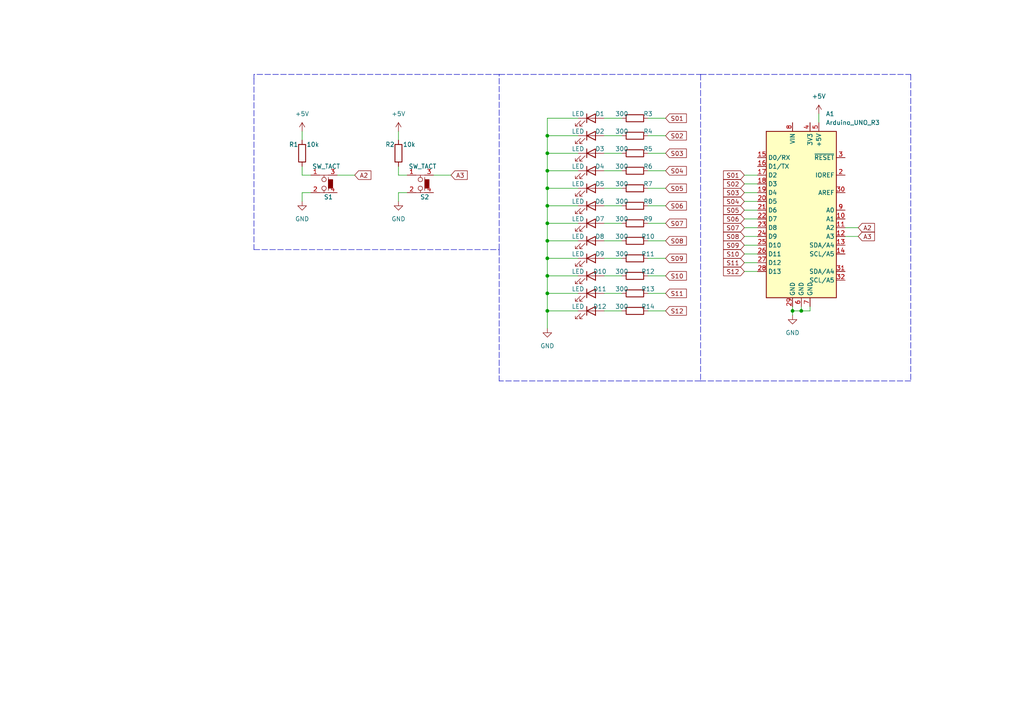
<source format=kicad_sch>
(kicad_sch (version 20211123) (generator eeschema)
  (paper "A4")
  (title_block (title "Arduino LED Ropulette Shield") (date "2022-08-22") (rev "1.0.0"))
  (lib_symbols
    (symbol "1_lsk:SW_TACT"
      (property "Reference" "S" (at 3.81 7.62 0))
      (property "Value" "SW_TACT" (at 3.81 -1.905 0))
      (symbol "SW_TACT_0_1"
        (polyline (pts (xy 2.54 0) (xy 5.08 0)))
        (polyline (pts (xy 2.54 5.08) (xy 5.08 5.08)))
        (polyline (pts (xy 3.81 0.635) (xy 3.81 0)))
        (polyline (pts (xy 3.81 4.445) (xy 3.81 5.08)))
        (polyline (pts (xy 5.08 4.445) (xy 5.08 0.635)))
        (circle (center 3.81 1.27) (radius 0.635))
        (circle (center 3.81 3.81) (radius 0.635))
        (rectangle (start 5.08 3.81) (end 6.35 1.27) (fill (type outline)))
      )
      (symbol "SW_TACT_1_1"
        (pin input line (at 0 5.08 0) (length 2.54) (name "") (number "1"))
        (pin input line (at 0 0 0) (length 2.54) (name "") (number "2"))
        (pin input line (at 7.62 5.08 180) (length 2.54) (name "") (number "3"))
        (pin input line (at 7.62 0 180) (length 2.54) (name "") (number "4"))
      )
    )
    (symbol "Device:LED" (pin_numbers hide) (pin_names (offset 1.016) hide)
      (property "Reference" "D" (at 0 2.54 0))
      (property "Value" "LED" (at 0 -2.54 0))
      (symbol "LED_0_1"
        (polyline (pts (xy -1.27 -1.27) (xy -1.27 1.27)) (stroke (width 0.254)))
        (polyline (pts (xy -1.27 0) (xy 1.27 0)))
        (polyline (pts (xy 1.27 -1.27) (xy 1.27 1.27) (xy -1.27 0) (xy 1.27 -1.27)) (stroke (width 0.254)))
        (polyline (pts (xy -3.048 -0.762) (xy -4.572 -2.286) (xy -3.81 -2.286) (xy -4.572 -2.286) (xy -4.572 -1.524)))
        (polyline (pts (xy -1.778 -0.762) (xy -3.302 -2.286) (xy -2.54 -2.286) (xy -3.302 -2.286) (xy -3.302 -1.524)))
      )
      (symbol "LED_1_1"
        (pin passive line (at -3.81 0 0) (length 2.54) (name "K") (number "1"))
        (pin passive line (at 3.81 0 180) (length 2.54) (name "A") (number "2"))
      )
    )
    (symbol "Device:R" (pin_numbers hide) (pin_names (offset 0))
      (property "Reference" "R" (at 2.032 0 90))
      (property "Value" "R" (at 0 0 90))
      (symbol "R_0_1"
        (rectangle (start -1.016 -2.54) (end 1.016 2.54) (stroke (width 0.254)))
      )
      (symbol "R_1_1"
        (pin passive line (at 0 3.81 270) (length 1.27) (name "~") (number "1"))
        (pin passive line (at 0 -3.81 90) (length 1.27) (name "~") (number "2"))
      )
    )
    (symbol "MCU_Module:Arduino_UNO_R3"
      (property "Reference" "A" (at -10.16 23.495 0))
      (property "Value" "Arduino_UNO_R3" (at 5.08 -26.67 0))
      (symbol "Arduino_UNO_R3_0_1"
        (rectangle (start -10.16 22.86) (end 10.16 -25.4) (stroke (width 0.254)) (fill (type background)))
      )
      (symbol "Arduino_UNO_R3_1_1"
        (pin no_connect line (at -10.16 -20.32 0) (length 2.54) hide (name "NC") (number "1"))
        (pin bidirectional line (at 12.7 -2.54 180) (length 2.54) (name "A1") (number "10"))
        (pin bidirectional line (at 12.7 -5.08 180) (length 2.54) (name "A2") (number "11"))
        (pin bidirectional line (at 12.7 -7.62 180) (length 2.54) (name "A3") (number "12"))
        (pin bidirectional line (at 12.7 -10.16 180) (length 2.54) (name "SDA/A4") (number "13"))
        (pin bidirectional line (at 12.7 -12.7 180) (length 2.54) (name "SCL/A5") (number "14"))
        (pin bidirectional line (at -12.7 15.24 0) (length 2.54) (name "D0/RX") (number "15"))
        (pin bidirectional line (at -12.7 12.7 0) (length 2.54) (name "D1/TX") (number "16"))
        (pin bidirectional line (at -12.7 10.16 0) (length 2.54) (name "D2") (number "17"))
        (pin bidirectional line (at -12.7 7.62 0) (length 2.54) (name "D3") (number "18"))
        (pin bidirectional line (at -12.7 5.08 0) (length 2.54) (name "D4") (number "19"))
        (pin output line (at 12.7 10.16 180) (length 2.54) (name "IOREF") (number "2"))
        (pin bidirectional line (at -12.7 2.54 0) (length 2.54) (name "D5") (number "20"))
        (pin bidirectional line (at -12.7 0 0) (length 2.54) (name "D6") (number "21"))
        (pin bidirectional line (at -12.7 -2.54 0) (length 2.54) (name "D7") (number "22"))
        (pin bidirectional line (at -12.7 -5.08 0) (length 2.54) (name "D8") (number "23"))
        (pin bidirectional line (at -12.7 -7.62 0) (length 2.54) (name "D9") (number "24"))
        (pin bidirectional line (at -12.7 -10.16 0) (length 2.54) (name "D10") (number "25"))
        (pin bidirectional line (at -12.7 -12.7 0) (length 2.54) (name "D11") (number "26"))
        (pin bidirectional line (at -12.7 -15.24 0) (length 2.54) (name "D12") (number "27"))
        (pin bidirectional line (at -12.7 -17.78 0) (length 2.54) (name "D13") (number "28"))
        (pin power_in line (at -2.54 -27.94 90) (length 2.54) (name "GND") (number "29"))
        (pin input line (at 12.7 15.24 180) (length 2.54) (name "~{RESET}") (number "3"))
        (pin input line (at 12.7 5.08 180) (length 2.54) (name "AREF") (number "30"))
        (pin bidirectional line (at 12.7 -17.78 180) (length 2.54) (name "SDA/A4") (number "31"))
        (pin bidirectional line (at 12.7 -20.32 180) (length 2.54) (name "SCL/A5") (number "32"))
        (pin power_out line (at 2.54 25.4 270) (length 2.54) (name "3V3") (number "4"))
        (pin power_out line (at 5.08 25.4 270) (length 2.54) (name "+5V") (number "5"))
        (pin power_in line (at 0 -27.94 90) (length 2.54) (name "GND") (number "6"))
        (pin power_in line (at 2.54 -27.94 90) (length 2.54) (name "GND") (number "7"))
        (pin power_in line (at -2.54 25.4 270) (length 2.54) (name "VIN") (number "8"))
        (pin bidirectional line (at 12.7 0 180) (length 2.54) (name "A0") (number "9"))
      )
    )
    (symbol "power:+5V" (power) (pin_names (offset 0))
      (property "Value" "+5V" (at 0 3.556 0))
      (symbol "+5V_0_1"
        (polyline (pts (xy -0.762 1.27) (xy 0 2.54)))
        (polyline (pts (xy 0 0) (xy 0 2.54)))
        (polyline (pts (xy 0 2.54) (xy 0.762 1.27)))
      )
      (symbol "+5V_1_1"
        (pin power_in line (at 0 0 90) (length 0) hide (name "+5V") (number "1"))
      )
    )
    (symbol "power:GND" (power) (pin_names (offset 0))
      (property "Value" "GND" (at 0 -3.81 0))
      (symbol "GND_0_1"
        (polyline (pts (xy 0 0) (xy 0 -1.27) (xy 1.27 -1.27) (xy 0 -2.54) (xy -1.27 -1.27) (xy 0 -1.27)))
      )
      (symbol "GND_1_1"
        (pin power_in line (at 0 0 270) (length 0) hide (name "GND") (number "1"))
      )
    )
  )
  (junction (at 158.75 54.61))
  (junction (at 158.75 80.01))
  (junction (at 158.75 85.09))
  (junction (at 158.75 74.93))
  (junction (at 158.75 59.69))
  (junction (at 158.75 90.17))
  (junction (at 232.41 90.17))
  (junction (at 158.75 64.77))
  (junction (at 158.75 39.37))
  (junction (at 229.87 90.17))
  (junction (at 158.75 44.45))
  (junction (at 158.75 49.53))
  (junction (at 158.75 69.85))
  (wire (pts (xy 90.17 55.88) (xy 87.63 55.88)))
  (wire (pts (xy 215.9 66.04) (xy 219.71 66.04)))
  (polyline (pts (xy 144.78 21.59) (xy 73.66 21.59)))
  (wire (pts (xy 158.75 64.77) (xy 158.75 69.85)))
  (wire (pts (xy 158.75 69.85) (xy 158.75 74.93)))
  (wire (pts (xy 229.87 90.17) (xy 229.87 91.44)))
  (wire (pts (xy 187.96 64.77) (xy 193.04 64.77)))
  (wire (pts (xy 187.96 39.37) (xy 193.04 39.37)))
  (wire (pts (xy 245.11 68.58) (xy 248.92 68.58)))
  (wire (pts (xy 187.96 74.93) (xy 193.04 74.93)))
  (wire (pts (xy 87.63 55.88) (xy 87.63 58.42)))
  (polyline (pts (xy 144.78 72.39) (xy 144.78 21.59)))
  (wire (pts (xy 167.64 90.17) (xy 158.75 90.17)))
  (wire (pts (xy 87.63 48.26) (xy 87.63 50.8)))
  (wire (pts (xy 215.9 60.96) (xy 219.71 60.96)))
  (wire (pts (xy 158.75 49.53) (xy 158.75 54.61)))
  (wire (pts (xy 237.49 33.02) (xy 237.49 35.56)))
  (wire (pts (xy 115.57 55.88) (xy 115.57 58.42)))
  (wire (pts (xy 87.63 38.1) (xy 87.63 40.64)))
  (wire (pts (xy 175.26 74.93) (xy 180.34 74.93)))
  (wire (pts (xy 215.9 73.66) (xy 219.71 73.66)))
  (wire (pts (xy 187.96 80.01) (xy 193.04 80.01)))
  (wire (pts (xy 167.64 34.29) (xy 158.75 34.29)))
  (polyline (pts (xy 203.2 21.59) (xy 264.16 21.59)))
  (wire (pts (xy 118.11 55.88) (xy 115.57 55.88)))
  (wire (pts (xy 232.41 90.17) (xy 229.87 90.17)))
  (wire (pts (xy 158.75 39.37) (xy 158.75 44.45)))
  (polyline (pts (xy 144.78 72.39) (xy 144.78 110.49)))
  (wire (pts (xy 215.9 76.2) (xy 219.71 76.2)))
  (wire (pts (xy 187.96 85.09) (xy 193.04 85.09)))
  (wire (pts (xy 215.9 50.8) (xy 219.71 50.8)))
  (wire (pts (xy 215.9 71.12) (xy 219.71 71.12)))
  (wire (pts (xy 115.57 38.1) (xy 115.57 40.64)))
  (wire (pts (xy 158.75 49.53) (xy 167.64 49.53)))
  (polyline (pts (xy 203.2 21.59) (xy 203.2 110.49)))
  (wire (pts (xy 215.9 58.42) (xy 219.71 58.42)))
  (wire (pts (xy 158.75 59.69) (xy 167.64 59.69)))
  (polyline (pts (xy 73.66 72.39) (xy 144.78 72.39)))
  (wire (pts (xy 97.79 50.8) (xy 102.87 50.8)))
  (wire (pts (xy 187.96 59.69) (xy 193.04 59.69)))
  (wire (pts (xy 187.96 49.53) (xy 193.04 49.53)))
  (wire (pts (xy 158.75 64.77) (xy 167.64 64.77)))
  (wire (pts (xy 234.95 88.9) (xy 234.95 90.17)))
  (wire (pts (xy 87.63 50.8) (xy 90.17 50.8)))
  (wire (pts (xy 158.75 59.69) (xy 158.75 64.77)))
  (polyline (pts (xy 203.2 110.49) (xy 144.78 110.49)))
  (wire (pts (xy 215.9 55.88) (xy 219.71 55.88)))
  (wire (pts (xy 158.75 74.93) (xy 158.75 80.01)))
  (wire (pts (xy 175.26 49.53) (xy 180.34 49.53)))
  (wire (pts (xy 158.75 39.37) (xy 167.64 39.37)))
  (wire (pts (xy 175.26 64.77) (xy 180.34 64.77)))
  (wire (pts (xy 175.26 80.01) (xy 180.34 80.01)))
  (wire (pts (xy 232.41 88.9) (xy 232.41 90.17)))
  (wire (pts (xy 234.95 90.17) (xy 232.41 90.17)))
  (wire (pts (xy 158.75 80.01) (xy 158.75 85.09)))
  (wire (pts (xy 158.75 85.09) (xy 158.75 90.17)))
  (wire (pts (xy 175.26 54.61) (xy 180.34 54.61)))
  (polyline (pts (xy 264.16 110.49) (xy 203.2 110.49)))
  (wire (pts (xy 125.73 50.8) (xy 130.81 50.8)))
  (wire (pts (xy 158.75 44.45) (xy 158.75 49.53)))
  (wire (pts (xy 158.75 54.61) (xy 158.75 59.69)))
  (wire (pts (xy 215.9 78.74) (xy 219.71 78.74)))
  (wire (pts (xy 167.64 85.09) (xy 158.75 85.09)))
  (polyline (pts (xy 73.66 21.59) (xy 73.66 22.86)))
  (wire (pts (xy 175.26 44.45) (xy 180.34 44.45)))
  (wire (pts (xy 175.26 90.17) (xy 180.34 90.17)))
  (wire (pts (xy 187.96 69.85) (xy 193.04 69.85)))
  (polyline (pts (xy 144.78 21.59) (xy 203.2 21.59)))
  (wire (pts (xy 175.26 69.85) (xy 180.34 69.85)))
  (wire (pts (xy 175.26 39.37) (xy 180.34 39.37)))
  (wire (pts (xy 175.26 85.09) (xy 180.34 85.09)))
  (wire (pts (xy 175.26 59.69) (xy 180.34 59.69)))
  (wire (pts (xy 115.57 48.26) (xy 115.57 50.8)))
  (wire (pts (xy 115.57 50.8) (xy 118.11 50.8)))
  (wire (pts (xy 187.96 34.29) (xy 193.04 34.29)))
  (wire (pts (xy 215.9 68.58) (xy 219.71 68.58)))
  (wire (pts (xy 158.75 34.29) (xy 158.75 39.37)))
  (wire (pts (xy 158.75 69.85) (xy 167.64 69.85)))
  (wire (pts (xy 215.9 63.5) (xy 219.71 63.5)))
  (wire (pts (xy 229.87 88.9) (xy 229.87 90.17)))
  (polyline (pts (xy 264.16 21.59) (xy 264.16 110.49)))
  (wire (pts (xy 187.96 54.61) (xy 193.04 54.61)))
  (wire (pts (xy 158.75 44.45) (xy 167.64 44.45)))
  (wire (pts (xy 245.11 66.04) (xy 248.92 66.04)))
  (wire (pts (xy 215.9 53.34) (xy 219.71 53.34)))
  (wire (pts (xy 187.96 44.45) (xy 193.04 44.45)))
  (polyline (pts (xy 73.66 22.86) (xy 73.66 72.39)))
  (wire (pts (xy 158.75 54.61) (xy 167.64 54.61)))
  (wire (pts (xy 158.75 90.17) (xy 158.75 95.25)))
  (wire (pts (xy 187.96 90.17) (xy 193.04 90.17)))
  (wire (pts (xy 158.75 80.01) (xy 167.64 80.01)))
  (wire (pts (xy 158.75 74.93) (xy 167.64 74.93)))
  (wire (pts (xy 175.26 34.29) (xy 180.34 34.29)))
  (global_label "A3" (shape input) (at 248.92 68.58 0) (property "Intersheet References" "${INTERSHEET_REFS}" (effects hide)))
  (global_label "S04" (shape input) (at 193.04 49.53 0) (property "Intersheet References" "${INTERSHEET_REFS}" (effects hide)))
  (global_label "S06" (shape input) (at 215.9 63.5 180) (property "Intersheet References" "${INTERSHEET_REFS}" (effects hide)))
  (global_label "S08" (shape input) (at 193.04 69.85 0) (property "Intersheet References" "${INTERSHEET_REFS}" (effects hide)))
  (global_label "S07" (shape input) (at 215.9 66.04 180) (property "Intersheet References" "${INTERSHEET_REFS}" (effects hide)))
  (global_label "S02" (shape input) (at 215.9 53.34 180) (property "Intersheet References" "${INTERSHEET_REFS}" (effects hide)))
  (global_label "S08" (shape input) (at 215.9 68.58 180) (property "Intersheet References" "${INTERSHEET_REFS}" (effects hide)))
  (global_label "S05" (shape input) (at 215.9 60.96 180) (property "Intersheet References" "${INTERSHEET_REFS}" (effects hide)))
  (global_label "S10" (shape input) (at 193.04 80.01 0) (property "Intersheet References" "${INTERSHEET_REFS}" (effects hide)))
  (global_label "S11" (shape input) (at 193.04 85.09 0) (property "Intersheet References" "${INTERSHEET_REFS}" (effects hide)))
  (global_label "S05" (shape input) (at 193.04 54.61 0) (property "Intersheet References" "${INTERSHEET_REFS}" (effects hide)))
  (global_label "S02" (shape input) (at 193.04 39.37 0) (property "Intersheet References" "${INTERSHEET_REFS}" (effects hide)))
  (global_label "S06" (shape input) (at 193.04 59.69 0) (property "Intersheet References" "${INTERSHEET_REFS}" (effects hide)))
  (global_label "S10" (shape input) (at 215.9 73.66 180) (property "Intersheet References" "${INTERSHEET_REFS}" (effects hide)))
  (global_label "S07" (shape input) (at 193.04 64.77 0) (property "Intersheet References" "${INTERSHEET_REFS}" (effects hide)))
  (global_label "A3" (shape input) (at 130.81 50.8 0) (property "Intersheet References" "${INTERSHEET_REFS}" (effects hide)))
  (global_label "S09" (shape input) (at 193.04 74.93 0) (property "Intersheet References" "${INTERSHEET_REFS}" (effects hide)))
  (global_label "S03" (shape input) (at 193.04 44.45 0) (property "Intersheet References" "${INTERSHEET_REFS}" (effects hide)))
  (global_label "S12" (shape input) (at 215.9 78.74 180) (property "Intersheet References" "${INTERSHEET_REFS}" (effects hide)))
  (global_label "S04" (shape input) (at 215.9 58.42 180) (property "Intersheet References" "${INTERSHEET_REFS}" (effects hide)))
  (global_label "S11" (shape input) (at 215.9 76.2 180) (property "Intersheet References" "${INTERSHEET_REFS}" (effects hide)))
  (global_label "A2" (shape input) (at 102.87 50.8 0) (property "Intersheet References" "${INTERSHEET_REFS}" (effects hide)))
  (global_label "S01" (shape input) (at 193.04 34.29 0) (property "Intersheet References" "${INTERSHEET_REFS}" (effects hide)))
  (global_label "S01" (shape input) (at 215.9 50.8 180) (property "Intersheet References" "${INTERSHEET_REFS}" (effects hide)))
  (global_label "S12" (shape input) (at 193.04 90.17 0) (property "Intersheet References" "${INTERSHEET_REFS}" (effects hide)))
  (global_label "S03" (shape input) (at 215.9 55.88 180) (property "Intersheet References" "${INTERSHEET_REFS}" (effects hide)))
  (global_label "S09" (shape input) (at 215.9 71.12 180) (property "Intersheet References" "${INTERSHEET_REFS}" (effects hide)))
  (global_label "A2" (shape input) (at 248.92 66.04 0) (property "Intersheet References" "${INTERSHEET_REFS}" (effects hide)))
  (symbol (lib_id "Device:R") (at 184.15 44.45 90) (unit 1)
    (property "Reference" "R5" (at 187.96 43.18 90))
    (property "Value" "300" (at 180.34 43.18 90))
    (property "Footprint" "Resistor_THT:R_Axial_DIN0207_L6.3mm_D2.5mm_P7.62mm_Horizontal" (effects hide))
  )
  (symbol (lib_id "Device:LED") (at 171.45 74.93 0) (unit 1)
    (property "Reference" "D9" (at 173.99 73.66 0))
    (property "Value" "LED" (at 167.64 73.66 0))
    (property "Footprint" "LED_THT:LED_D5.0mm" (effects hide))
  )
  (symbol (lib_id "Device:R") (at 184.15 80.01 90) (unit 1)
    (property "Reference" "R12" (at 187.96 78.74 90))
    (property "Value" "300" (at 180.34 78.74 90))
    (property "Footprint" "Resistor_THT:R_Axial_DIN0207_L6.3mm_D2.5mm_P7.62mm_Horizontal" (effects hide))
  )
  (symbol (lib_id "Device:LED") (at 171.45 44.45 0) (unit 1)
    (property "Reference" "D3" (at 173.99 43.18 0))
    (property "Value" "LED" (at 167.64 43.18 0))
    (property "Footprint" "LED_THT:LED_D5.0mm" (effects hide))
  )
  (symbol (lib_id "Device:LED") (at 171.45 80.01 0) (unit 1)
    (property "Reference" "D10" (at 173.99 78.74 0))
    (property "Value" "LED" (at 167.64 78.74 0))
    (property "Footprint" "LED_THT:LED_D5.0mm" (effects hide))
  )
  (symbol (lib_id "Device:LED") (at 171.45 64.77 0) (unit 1)
    (property "Reference" "D7" (at 173.99 63.5 0))
    (property "Value" "LED" (at 167.64 63.5 0))
    (property "Footprint" "LED_THT:LED_D5.0mm" (effects hide))
  )
  (symbol (lib_id "Device:R") (at 184.15 85.09 90) (unit 1)
    (property "Reference" "R13" (at 187.96 83.82 90))
    (property "Value" "300" (at 180.34 83.82 90))
    (property "Footprint" "Resistor_THT:R_Axial_DIN0207_L6.3mm_D2.5mm_P7.62mm_Horizontal" (effects hide))
  )
  (symbol (lib_id "power:+5V") (at 87.63 38.1 0) (unit 1)
    (property "Reference" "#PWR0106" (effects hide))
    (property "Value" "+5V" (at 87.63 33.02 0))
  )
  (symbol (lib_id "power:+5V") (at 115.57 38.1 0) (unit 1)
    (property "Reference" "#PWR0105" (effects hide))
    (property "Value" "+5V" (at 115.57 33.02 0))
  )
  (symbol (lib_id "Device:LED") (at 171.45 54.61 0) (unit 1)
    (property "Reference" "D5" (at 173.99 53.34 0))
    (property "Value" "LED" (at 167.64 53.34 0))
    (property "Footprint" "LED_THT:LED_D5.0mm" (effects hide))
  )
  (symbol (lib_id "Device:LED") (at 171.45 59.69 0) (unit 1)
    (property "Reference" "D6" (at 173.99 58.42 0))
    (property "Value" "LED" (at 167.64 58.42 0))
    (property "Footprint" "LED_THT:LED_D5.0mm" (effects hide))
  )
  (symbol (lib_id "Device:R") (at 184.15 39.37 90) (unit 1)
    (property "Reference" "R4" (at 187.96 38.1 90))
    (property "Value" "300" (at 180.34 38.1 90))
    (property "Footprint" "Resistor_THT:R_Axial_DIN0207_L6.3mm_D2.5mm_P7.62mm_Horizontal" (effects hide))
  )
  (symbol (lib_id "Device:LED") (at 171.45 49.53 0) (unit 1)
    (property "Reference" "D4" (at 173.99 48.26 0))
    (property "Value" "LED" (at 167.64 48.26 0))
    (property "Footprint" "LED_THT:LED_D5.0mm" (effects hide))
  )
  (symbol (lib_id "Device:LED") (at 171.45 39.37 0) (unit 1)
    (property "Reference" "D2" (at 173.99 38.1 0))
    (property "Value" "LED" (at 167.64 38.1 0))
    (property "Footprint" "LED_THT:LED_D5.0mm" (effects hide))
  )
  (symbol (lib_id "Device:R") (at 184.15 34.29 90) (unit 1)
    (property "Reference" "R3" (at 187.96 33.02 90))
    (property "Value" "300" (at 180.34 33.02 90))
    (property "Footprint" "Resistor_THT:R_Axial_DIN0207_L6.3mm_D2.5mm_P7.62mm_Horizontal" (effects hide))
  )
  (symbol (lib_id "Device:R") (at 184.15 90.17 90) (unit 1)
    (property "Reference" "R14" (at 187.96 88.9 90))
    (property "Value" "300" (at 180.34 88.9 90))
    (property "Footprint" "Resistor_THT:R_Axial_DIN0207_L6.3mm_D2.5mm_P7.62mm_Horizontal" (effects hide))
  )
  (symbol (lib_id "Device:R") (at 184.15 59.69 90) (unit 1)
    (property "Reference" "R8" (at 187.96 58.42 90))
    (property "Value" "300" (at 180.34 58.42 90))
    (property "Footprint" "Resistor_THT:R_Axial_DIN0207_L6.3mm_D2.5mm_P7.62mm_Horizontal" (effects hide))
  )
  (symbol (lib_id "Device:R") (at 184.15 74.93 90) (unit 1)
    (property "Reference" "R11" (at 187.96 73.66 90))
    (property "Value" "300" (at 180.34 73.66 90))
    (property "Footprint" "Resistor_THT:R_Axial_DIN0207_L6.3mm_D2.5mm_P7.62mm_Horizontal" (effects hide))
  )
  (symbol (lib_id "power:GND") (at 158.75 95.25 0) (unit 1)
    (property "Reference" "#PWR0103" (effects hide))
    (property "Value" "GND" (at 158.75 100.33 0))
  )
  (symbol (lib_id "power:GND") (at 229.87 91.44 0) (unit 1)
    (property "Reference" "#PWR0101" (effects hide))
    (property "Value" "GND" (at 229.87 96.52 0))
  )
  (symbol (lib_id "Device:LED") (at 171.45 85.09 0) (unit 1)
    (property "Reference" "D11" (at 173.99 83.82 0))
    (property "Value" "LED" (at 167.64 83.82 0))
    (property "Footprint" "LED_THT:LED_D5.0mm" (effects hide))
  )
  (symbol (lib_id "Device:R") (at 115.57 44.45 0) (unit 1)
    (property "Reference" "R2" (at 111.76 41.91 0) (effects (justify left)))
    (property "Value" "10k" (at 116.84 41.91 0) (effects (justify left)))
    (property "Footprint" "Resistor_THT:R_Axial_DIN0207_L6.3mm_D2.5mm_P7.62mm_Horizontal" (effects hide))
  )
  (symbol (lib_id "power:+5V") (at 237.49 33.02 0) (unit 1)
    (property "Reference" "#PWR0102" (effects hide))
    (property "Value" "+5V" (at 237.49 27.94 0))
  )
  (symbol (lib_id "Device:R") (at 184.15 64.77 90) (unit 1)
    (property "Reference" "R9" (at 187.96 63.5 90))
    (property "Value" "300" (at 180.34 63.5 90))
    (property "Footprint" "Resistor_THT:R_Axial_DIN0207_L6.3mm_D2.5mm_P7.62mm_Horizontal" (effects hide))
  )
  (symbol (lib_id "Device:R") (at 184.15 69.85 90) (unit 1)
    (property "Reference" "R10" (at 187.96 68.58 90))
    (property "Value" "300" (at 180.34 68.58 90))
    (property "Footprint" "Resistor_THT:R_Axial_DIN0207_L6.3mm_D2.5mm_P7.62mm_Horizontal" (effects hide))
  )
  (symbol (lib_id "Device:R") (at 184.15 49.53 90) (unit 1)
    (property "Reference" "R6" (at 187.96 48.26 90))
    (property "Value" "300" (at 180.34 48.26 90))
    (property "Footprint" "Resistor_THT:R_Axial_DIN0207_L6.3mm_D2.5mm_P7.62mm_Horizontal" (effects hide))
  )
  (symbol (lib_id "Device:LED") (at 171.45 90.17 0) (unit 1)
    (property "Reference" "D12" (at 173.99 88.9 0))
    (property "Value" "LED" (at 167.64 88.9 0))
    (property "Footprint" "LED_THT:LED_D5.0mm" (effects hide))
  )
  (symbol (lib_id "Device:R") (at 184.15 54.61 90) (unit 1)
    (property "Reference" "R7" (at 187.96 53.34 90))
    (property "Value" "300" (at 180.34 53.34 90))
    (property "Footprint" "Resistor_THT:R_Axial_DIN0207_L6.3mm_D2.5mm_P7.62mm_Horizontal" (effects hide))
  )
  (symbol (lib_id "1_lsk:SW_TACT") (at 118.11 55.88 0) (unit 1)
    (property "Reference" "S2" (at 123.19 57.15 0))
    (property "Value" "SW_TACT" (at 122.555 48.26 0))
    (property "Footprint" "1_lsk:Tact_Switch" (effects hide))
  )
  (symbol (lib_id "power:GND") (at 115.57 58.42 0) (unit 1)
    (property "Reference" "#PWR0107" (effects hide))
    (property "Value" "GND" (at 115.57 63.5 0))
  )
  (symbol (lib_id "power:GND") (at 87.63 58.42 0) (unit 1)
    (property "Reference" "#PWR0104" (effects hide))
    (property "Value" "GND" (at 87.63 63.5 0))
  )
  (symbol (lib_id "1_lsk:SW_TACT") (at 90.17 55.88 0) (unit 1)
    (property "Reference" "S1" (at 95.25 57.15 0))
    (property "Value" "SW_TACT" (at 94.615 48.26 0))
    (property "Footprint" "1_lsk:Tact_Switch" (effects hide))
  )
  (symbol (lib_id "Device:LED") (at 171.45 69.85 0) (unit 1)
    (property "Reference" "D8" (at 173.99 68.58 0))
    (property "Value" "LED" (at 167.64 68.58 0))
    (property "Footprint" "LED_THT:LED_D5.0mm" (effects hide))
  )
  (symbol (lib_id "MCU_Module:Arduino_UNO_R3") (at 232.41 60.96 0) (unit 1)
    (property "Reference" "A1" (at 239.5094 33.02 0) (effects (justify left)))
    (property "Value" "Arduino_UNO_R3" (at 239.5094 35.56 0) (effects (justify left)))
    (property "Footprint" "Module:Arduino_UNO_R3" (effects hide))
    (property "Datasheet" "https://www.arduino.cc/en/Main/arduinoBoardUno" (effects hide))
  )
  (symbol (lib_id "Device:LED") (at 171.45 34.29 0) (unit 1)
    (property "Reference" "D1" (at 173.99 33.02 0))
    (property "Value" "LED" (at 167.64 33.02 0))
    (property "Footprint" "LED_THT:LED_D5.0mm" (effects hide))
  )
  (symbol (lib_id "Device:R") (at 87.63 44.45 0) (unit 1)
    (property "Reference" "R1" (at 83.82 41.91 0) (effects (justify left)))
    (property "Value" "10k" (at 88.9 41.91 0) (effects (justify left)))
    (property "Footprint" "Resistor_THT:R_Axial_DIN0207_L6.3mm_D2.5mm_P7.62mm_Horizontal" (effects hide))
  )
)
</source>
